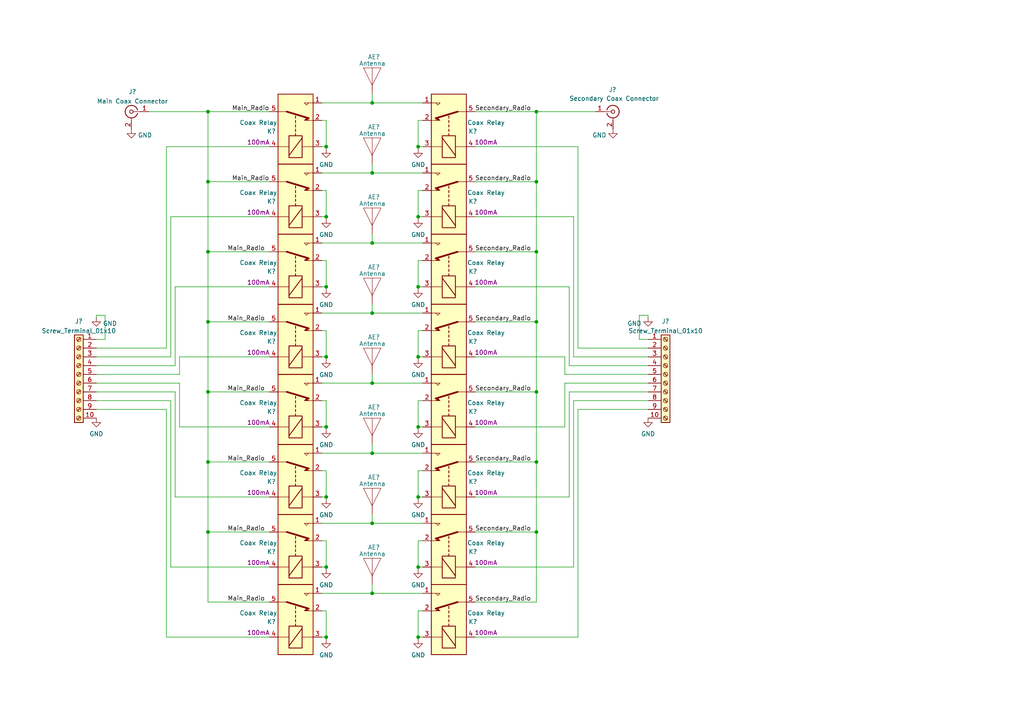
<source format=kicad_sch>
(kicad_sch (version 20211123) (generator eeschema)
  (paper "A4")
  (lib_symbols
    (symbol "Connector:Conn_Coaxial" (pin_names (offset 1.016) hide)
      (property "Reference" "J" (at 0.254 3.048 0))
      (property "Value" "Conn_Coaxial" (at 2.921 0 90))
      (symbol "Conn_Coaxial_0_1"
        (arc (start -1.778 -0.508) (mid 0.222 -1.808) (end 1.778 0) (stroke (width 0.254)))
        (polyline (pts (xy -2.54 0) (xy -0.508 0)))
        (polyline (pts (xy 0 -2.54) (xy 0 -1.778)))
        (circle (center 0 0) (radius 0.508) (stroke (width 0.2032)))
        (arc (start 1.778 0) (mid 0.2221 1.8083) (end -1.778 0.508) (stroke (width 0.254)))
      )
      (symbol "Conn_Coaxial_1_1"
        (pin passive line (at -5.08 0 0) (length 2.54) (name "In") (number "1"))
        (pin passive line (at 0 -5.08 90) (length 2.54) (name "Ext") (number "2"))
      )
    )
    (symbol "Connector:Screw_Terminal_01x10" (pin_names (offset 1.016) hide)
      (property "Reference" "J" (at 0 12.7 0))
      (property "Value" "Screw_Terminal_01x10" (at 0 -15.24 0))
      (symbol "Screw_Terminal_01x10_1_1"
        (rectangle (start -1.27 11.43) (end 1.27 -13.97) (stroke (width 0.254)) (fill (type background)))
        (circle (center 0 -12.7) (radius 0.635) (stroke (width 0.1524)))
        (circle (center 0 -10.16) (radius 0.635) (stroke (width 0.1524)))
        (circle (center 0 -7.62) (radius 0.635) (stroke (width 0.1524)))
        (circle (center 0 -5.08) (radius 0.635) (stroke (width 0.1524)))
        (circle (center 0 -2.54) (radius 0.635) (stroke (width 0.1524)))
        (polyline (pts (xy -0.5334 -12.3698) (xy 0.3302 -13.208)) (stroke (width 0.1524)))
        (polyline (pts (xy -0.5334 -9.8298) (xy 0.3302 -10.668)) (stroke (width 0.1524)))
        (polyline (pts (xy -0.5334 -7.2898) (xy 0.3302 -8.128)) (stroke (width 0.1524)))
        (polyline (pts (xy -0.5334 -4.7498) (xy 0.3302 -5.588)) (stroke (width 0.1524)))
        (polyline (pts (xy -0.5334 -2.2098) (xy 0.3302 -3.048)) (stroke (width 0.1524)))
        (polyline (pts (xy -0.5334 0.3302) (xy 0.3302 -0.508)) (stroke (width 0.1524)))
        (polyline (pts (xy -0.5334 2.8702) (xy 0.3302 2.032)) (stroke (width 0.1524)))
        (polyline (pts (xy -0.5334 5.4102) (xy 0.3302 4.572)) (stroke (width 0.1524)))
        (polyline (pts (xy -0.5334 7.9502) (xy 0.3302 7.112)) (stroke (width 0.1524)))
        (polyline (pts (xy -0.5334 10.4902) (xy 0.3302 9.652)) (stroke (width 0.1524)))
        (polyline (pts (xy -0.3556 -12.192) (xy 0.508 -13.0302)) (stroke (width 0.1524)))
        (polyline (pts (xy -0.3556 -9.652) (xy 0.508 -10.4902)) (stroke (width 0.1524)))
        (polyline (pts (xy -0.3556 -7.112) (xy 0.508 -7.9502)) (stroke (width 0.1524)))
        (polyline (pts (xy -0.3556 -4.572) (xy 0.508 -5.4102)) (stroke (width 0.1524)))
        (polyline (pts (xy -0.3556 -2.032) (xy 0.508 -2.8702)) (stroke (width 0.1524)))
        (polyline (pts (xy -0.3556 0.508) (xy 0.508 -0.3302)) (stroke (width 0.1524)))
        (polyline (pts (xy -0.3556 3.048) (xy 0.508 2.2098)) (stroke (width 0.1524)))
        (polyline (pts (xy -0.3556 5.588) (xy 0.508 4.7498)) (stroke (width 0.1524)))
        (polyline (pts (xy -0.3556 8.128) (xy 0.508 7.2898)) (stroke (width 0.1524)))
        (polyline (pts (xy -0.3556 10.668) (xy 0.508 9.8298)) (stroke (width 0.1524)))
        (circle (center 0 0) (radius 0.635) (stroke (width 0.1524)))
        (circle (center 0 2.54) (radius 0.635) (stroke (width 0.1524)))
        (circle (center 0 5.08) (radius 0.635) (stroke (width 0.1524)))
        (circle (center 0 7.62) (radius 0.635) (stroke (width 0.1524)))
        (circle (center 0 10.16) (radius 0.635) (stroke (width 0.1524)))
        (pin passive line (at -5.08 10.16 0) (length 3.81) (name "Pin_1") (number "1"))
        (pin passive line (at -5.08 -12.7 0) (length 3.81) (name "Pin_10") (number "10"))
        (pin passive line (at -5.08 7.62 0) (length 3.81) (name "Pin_2") (number "2"))
        (pin passive line (at -5.08 5.08 0) (length 3.81) (name "Pin_3") (number "3"))
        (pin passive line (at -5.08 2.54 0) (length 3.81) (name "Pin_4") (number "4"))
        (pin passive line (at -5.08 0 0) (length 3.81) (name "Pin_5") (number "5"))
        (pin passive line (at -5.08 -2.54 0) (length 3.81) (name "Pin_6") (number "6"))
        (pin passive line (at -5.08 -5.08 0) (length 3.81) (name "Pin_7") (number "7"))
        (pin passive line (at -5.08 -7.62 0) (length 3.81) (name "Pin_8") (number "8"))
        (pin passive line (at -5.08 -10.16 0) (length 3.81) (name "Pin_9") (number "9"))
      )
    )
    (symbol "DIPxx-1Cxx-51x_1"
      (property "Reference" "K?" (at -6.985 -1.27 90))
      (property "Value" "DIPxx-1Cxx-51x_1" (at -13.97 1.27 90))
      (symbol "DIPxx-1Cxx-51x_1_0_0"
        (polyline (pts (xy 2.54 5.08) (xy 2.54 2.54) (xy 3.175 3.175) (xy 2.54 3.81)) (fill (type outline)))
        (polyline (pts (xy 7.62 5.08) (xy 7.62 2.54) (xy 6.985 3.175) (xy 7.62 3.81)))
      )
      (symbol "DIPxx-1Cxx-51x_1_0_1"
        (rectangle (start -10.16 5.08) (end 10.16 -5.08) (stroke (width 0.254)) (fill (type background)))
        (rectangle (start -8.255 1.905) (end -1.905 -1.905) (stroke (width 0.254)))
        (polyline (pts (xy -7.62 -1.905) (xy -2.54 1.905)) (stroke (width 0.254)))
        (polyline (pts (xy -5.08 -5.08) (xy -5.08 -1.905)))
        (polyline (pts (xy -5.08 5.08) (xy -5.08 1.905)))
        (polyline (pts (xy -1.905 0) (xy -1.27 0)) (stroke (width 0.254)))
        (polyline (pts (xy -0.635 0) (xy 0 0)) (stroke (width 0.254)))
        (polyline (pts (xy 0.635 0) (xy 1.27 0)) (stroke (width 0.254)))
        (polyline (pts (xy 1.905 0) (xy 2.54 0)) (stroke (width 0.254)))
        (polyline (pts (xy 3.175 0) (xy 3.81 0)) (stroke (width 0.254)))
        (polyline (pts (xy 5.08 -2.54) (xy 3.175 3.81)) (stroke (width 0.508)))
        (polyline (pts (xy 5.08 -2.54) (xy 5.08 -5.08)))
      )
      (symbol "DIPxx-1Cxx-51x_1_1_1"
        (pin passive line (at 7.62 7.62 270) (length 2.54) (name "~") (number "1"))
        (pin passive line (at 2.54 7.62 270) (length 2.54) (name "~") (number "2"))
        (pin passive line (at -5.08 7.62 270) (length 2.54) (name "~") (number "3"))
        (pin passive line (at -5.08 -7.62 90) (length 2.54) (name "~") (number "4"))
        (pin passive line (at 5.08 -7.62 90) (length 2.54) (name "~") (number "5"))
        (pin passive line (at 5.08 -7.62 90) (length 2.54) hide (name "~") (number "8"))
      )
    )
    (symbol "Device:Antenna" (pin_numbers hide) (pin_names (offset 1.016) hide)
      (property "Reference" "AE?" (at 2.032 0.2735 0))
      (property "Value" "Antenna" (at 2.032 -2.5016 0))
      (symbol "Antenna_0_1"
        (polyline (pts (xy -2.54 2.54) (xy 2.54 2.54)) (stroke (width 0.125)))
        (polyline (pts (xy 0 2.54) (xy 0 -3.81)) (stroke (width 0.125)))
        (polyline (pts (xy 2.54 2.54) (xy 0 -2.54) (xy -2.54 2.54)) (stroke (width 0.125)))
      )
      (symbol "Antenna_1_1"
        (pin input line (at 0 -5.08 90) (length 2.54) (name "A") (number "1"))
      )
    )
    (symbol "power:GND" (power) (pin_names (offset 0))
      (property "Value" "GND" (at 0 -3.81 0))
      (symbol "GND_0_1"
        (polyline (pts (xy 0 0) (xy 0 -1.27) (xy 1.27 -1.27) (xy 0 -2.54) (xy -1.27 -1.27) (xy 0 -1.27)))
      )
      (symbol "GND_1_1"
        (pin power_in line (at 0 0 270) (length 0) hide (name "GND") (number "1"))
      )
    )
  )
  (junction (at 155.575 52.705))
  (junction (at 107.95 172.085))
  (junction (at 107.95 151.765))
  (junction (at 121.285 62.865))
  (junction (at 60.325 73.025))
  (junction (at 107.95 50.165))
  (junction (at 155.575 133.985))
  (junction (at 94.615 42.545))
  (junction (at 60.325 32.385))
  (junction (at 94.615 164.465))
  (junction (at 107.95 29.845))
  (junction (at 155.575 32.385))
  (junction (at 121.285 83.185))
  (junction (at 121.285 144.145))
  (junction (at 155.575 113.665))
  (junction (at 94.615 184.785))
  (junction (at 60.325 93.345))
  (junction (at 60.325 133.985))
  (junction (at 94.615 103.505))
  (junction (at 107.95 131.445))
  (junction (at 107.95 90.805))
  (junction (at 94.615 83.185))
  (junction (at 60.325 113.665))
  (junction (at 155.575 154.305))
  (junction (at 155.575 73.025))
  (junction (at 60.325 52.705))
  (junction (at 107.95 111.125))
  (junction (at 94.615 62.865))
  (junction (at 107.95 70.485))
  (junction (at 121.285 184.785))
  (junction (at 121.285 42.545))
  (junction (at 121.285 123.825))
  (junction (at 121.285 103.505))
  (junction (at 60.325 154.305))
  (junction (at 121.285 164.465))
  (junction (at 155.575 93.345))
  (junction (at 94.615 123.825))
  (junction (at 94.615 144.145))
  (wire (pts (xy 107.95 172.085) (xy 107.95 169.545)))
  (wire (pts (xy 93.345 172.085) (xy 107.95 172.085)))
  (wire (pts (xy 94.615 34.925) (xy 93.345 34.925)))
  (wire (pts (xy 107.95 108.585) (xy 107.95 111.125)))
  (wire (pts (xy 50.8 144.145) (xy 78.105 144.145)))
  (wire (pts (xy 155.575 73.025) (xy 137.795 73.025)))
  (wire (pts (xy 187.96 108.585) (xy 163.83 108.585)))
  (wire (pts (xy 27.94 113.665) (xy 50.8 113.665)))
  (wire (pts (xy 155.575 113.665) (xy 137.795 113.665)))
  (wire (pts (xy 60.325 52.705) (xy 78.105 52.705)))
  (wire (pts (xy 93.345 131.445) (xy 107.95 131.445)))
  (wire (pts (xy 60.325 73.025) (xy 60.325 52.705)))
  (wire (pts (xy 155.575 154.305) (xy 137.795 154.305)))
  (wire (pts (xy 50.8 83.185) (xy 78.105 83.185)))
  (wire (pts (xy 107.95 128.905) (xy 107.95 131.445)))
  (wire (pts (xy 121.285 83.82) (xy 121.285 83.185)))
  (wire (pts (xy 121.285 156.845) (xy 122.555 156.845)))
  (wire (pts (xy 121.285 104.14) (xy 121.285 103.505)))
  (wire (pts (xy 155.575 113.665) (xy 155.575 93.345)))
  (wire (pts (xy 121.285 83.185) (xy 121.285 75.565)))
  (wire (pts (xy 172.72 32.385) (xy 155.575 32.385)))
  (wire (pts (xy 163.83 103.505) (xy 137.795 103.505)))
  (wire (pts (xy 30.48 98.425) (xy 30.48 91.44)))
  (wire (pts (xy 93.345 70.485) (xy 107.95 70.485)))
  (wire (pts (xy 94.615 42.545) (xy 93.345 42.545)))
  (wire (pts (xy 167.64 42.545) (xy 137.795 42.545)))
  (wire (pts (xy 94.615 164.465) (xy 93.345 164.465)))
  (wire (pts (xy 187.96 106.045) (xy 165.1 106.045)))
  (wire (pts (xy 155.575 174.625) (xy 155.575 154.305)))
  (wire (pts (xy 27.94 98.425) (xy 30.48 98.425)))
  (wire (pts (xy 165.1 83.185) (xy 137.795 83.185)))
  (wire (pts (xy 60.325 174.625) (xy 78.105 174.625)))
  (wire (pts (xy 187.96 111.125) (xy 163.83 111.125)))
  (wire (pts (xy 27.94 118.745) (xy 48.26 118.745)))
  (wire (pts (xy 94.615 144.145) (xy 93.345 144.145)))
  (wire (pts (xy 94.615 103.505) (xy 94.615 95.885)))
  (wire (pts (xy 155.575 154.305) (xy 155.575 133.985)))
  (wire (pts (xy 48.26 184.785) (xy 78.105 184.785)))
  (wire (pts (xy 94.615 43.18) (xy 94.615 42.545)))
  (wire (pts (xy 155.575 133.985) (xy 155.575 113.665)))
  (wire (pts (xy 166.37 116.205) (xy 166.37 164.465)))
  (wire (pts (xy 94.615 116.205) (xy 93.345 116.205)))
  (wire (pts (xy 121.285 165.1) (xy 121.285 164.465)))
  (wire (pts (xy 121.285 42.545) (xy 121.285 34.925)))
  (wire (pts (xy 93.345 111.125) (xy 107.95 111.125)))
  (wire (pts (xy 60.325 154.305) (xy 60.325 133.985)))
  (wire (pts (xy 121.285 123.825) (xy 121.285 116.205)))
  (wire (pts (xy 60.325 133.985) (xy 78.105 133.985)))
  (wire (pts (xy 94.615 144.145) (xy 94.615 136.525)))
  (wire (pts (xy 121.285 184.785) (xy 121.285 177.165)))
  (wire (pts (xy 60.325 52.705) (xy 60.325 32.385)))
  (wire (pts (xy 94.615 123.825) (xy 94.615 116.205)))
  (wire (pts (xy 163.83 111.125) (xy 163.83 123.825)))
  (wire (pts (xy 121.285 164.465) (xy 122.555 164.465)))
  (wire (pts (xy 27.94 106.045) (xy 50.8 106.045)))
  (wire (pts (xy 121.285 63.5) (xy 121.285 62.865)))
  (wire (pts (xy 187.96 100.965) (xy 167.64 100.965)))
  (wire (pts (xy 121.285 123.825) (xy 122.555 123.825)))
  (wire (pts (xy 60.325 93.345) (xy 60.325 73.025)))
  (wire (pts (xy 52.07 108.585) (xy 52.07 103.505)))
  (wire (pts (xy 121.285 95.885) (xy 122.555 95.885)))
  (wire (pts (xy 167.64 118.745) (xy 167.64 184.785)))
  (wire (pts (xy 166.37 164.465) (xy 137.795 164.465)))
  (wire (pts (xy 27.94 103.505) (xy 49.53 103.505)))
  (wire (pts (xy 60.325 93.345) (xy 78.105 93.345)))
  (wire (pts (xy 122.555 151.765) (xy 107.95 151.765)))
  (wire (pts (xy 94.615 83.82) (xy 94.615 83.185)))
  (wire (pts (xy 94.615 55.245) (xy 93.345 55.245)))
  (wire (pts (xy 94.615 123.825) (xy 93.345 123.825)))
  (wire (pts (xy 122.555 111.125) (xy 107.95 111.125)))
  (wire (pts (xy 48.26 100.965) (xy 48.26 42.545)))
  (wire (pts (xy 121.285 75.565) (xy 122.555 75.565)))
  (wire (pts (xy 167.64 100.965) (xy 167.64 42.545)))
  (wire (pts (xy 121.285 164.465) (xy 121.285 156.845)))
  (wire (pts (xy 121.285 103.505) (xy 121.285 95.885)))
  (wire (pts (xy 94.615 185.42) (xy 94.615 184.785)))
  (wire (pts (xy 121.285 55.245) (xy 122.555 55.245)))
  (wire (pts (xy 94.615 164.465) (xy 94.615 156.845)))
  (wire (pts (xy 94.615 62.865) (xy 94.615 55.245)))
  (wire (pts (xy 187.96 118.745) (xy 167.64 118.745)))
  (wire (pts (xy 121.285 83.185) (xy 122.555 83.185)))
  (wire (pts (xy 27.94 116.205) (xy 49.53 116.205)))
  (wire (pts (xy 155.575 93.345) (xy 155.575 73.025)))
  (wire (pts (xy 94.615 136.525) (xy 93.345 136.525)))
  (wire (pts (xy 50.8 106.045) (xy 50.8 83.185)))
  (wire (pts (xy 121.285 43.18) (xy 121.285 42.545)))
  (wire (pts (xy 107.95 29.845) (xy 107.95 27.305)))
  (wire (pts (xy 185.42 91.44) (xy 187.96 91.44)))
  (wire (pts (xy 94.615 75.565) (xy 93.345 75.565)))
  (wire (pts (xy 107.95 67.945) (xy 107.95 70.485)))
  (wire (pts (xy 121.285 42.545) (xy 122.555 42.545)))
  (wire (pts (xy 52.07 123.825) (xy 78.105 123.825)))
  (wire (pts (xy 94.615 62.865) (xy 93.345 62.865)))
  (wire (pts (xy 50.8 113.665) (xy 50.8 144.145)))
  (wire (pts (xy 155.575 93.345) (xy 137.795 93.345)))
  (wire (pts (xy 30.48 91.44) (xy 27.94 91.44)))
  (wire (pts (xy 166.37 103.505) (xy 166.37 62.865)))
  (wire (pts (xy 155.575 52.705) (xy 137.795 52.705)))
  (wire (pts (xy 94.615 42.545) (xy 94.615 34.925)))
  (wire (pts (xy 27.94 100.965) (xy 48.26 100.965)))
  (wire (pts (xy 52.07 111.125) (xy 52.07 123.825)))
  (wire (pts (xy 94.615 83.185) (xy 93.345 83.185)))
  (wire (pts (xy 163.83 123.825) (xy 137.795 123.825)))
  (wire (pts (xy 94.615 177.165) (xy 93.345 177.165)))
  (wire (pts (xy 94.615 124.46) (xy 94.615 123.825)))
  (wire (pts (xy 49.53 164.465) (xy 78.105 164.465)))
  (wire (pts (xy 121.285 124.46) (xy 121.285 123.825)))
  (wire (pts (xy 107.95 50.165) (xy 107.95 47.625)))
  (wire (pts (xy 94.615 184.785) (xy 94.615 177.165)))
  (wire (pts (xy 27.94 91.44) (xy 27.94 92.075)))
  (wire (pts (xy 60.325 113.665) (xy 78.105 113.665)))
  (wire (pts (xy 121.285 136.525) (xy 122.555 136.525)))
  (wire (pts (xy 94.615 83.185) (xy 94.615 75.565)))
  (wire (pts (xy 122.555 131.445) (xy 107.95 131.445)))
  (wire (pts (xy 121.285 62.865) (xy 122.555 62.865)))
  (wire (pts (xy 187.96 103.505) (xy 166.37 103.505)))
  (wire (pts (xy 49.53 62.865) (xy 78.105 62.865)))
  (wire (pts (xy 121.285 34.925) (xy 122.555 34.925)))
  (wire (pts (xy 49.53 103.505) (xy 49.53 62.865)))
  (wire (pts (xy 60.325 113.665) (xy 60.325 93.345)))
  (wire (pts (xy 121.285 177.165) (xy 122.555 177.165)))
  (wire (pts (xy 107.95 151.765) (xy 107.95 149.225)))
  (wire (pts (xy 60.325 174.625) (xy 60.325 154.305)))
  (wire (pts (xy 155.575 52.705) (xy 155.575 32.385)))
  (wire (pts (xy 94.615 184.785) (xy 93.345 184.785)))
  (wire (pts (xy 187.96 98.425) (xy 185.42 98.425)))
  (wire (pts (xy 155.575 133.985) (xy 137.795 133.985)))
  (wire (pts (xy 121.285 144.78) (xy 121.285 144.145)))
  (wire (pts (xy 60.325 73.025) (xy 78.105 73.025)))
  (wire (pts (xy 121.285 116.205) (xy 122.555 116.205)))
  (wire (pts (xy 122.555 172.085) (xy 107.95 172.085)))
  (wire (pts (xy 94.615 63.5) (xy 94.615 62.865)))
  (wire (pts (xy 166.37 62.865) (xy 137.795 62.865)))
  (wire (pts (xy 93.345 90.805) (xy 107.95 90.805)))
  (wire (pts (xy 93.345 50.165) (xy 107.95 50.165)))
  (wire (pts (xy 122.555 90.805) (xy 107.95 90.805)))
  (wire (pts (xy 163.83 108.585) (xy 163.83 103.505)))
  (wire (pts (xy 165.1 144.145) (xy 137.795 144.145)))
  (wire (pts (xy 107.95 90.805) (xy 107.95 88.265)))
  (wire (pts (xy 94.615 103.505) (xy 93.345 103.505)))
  (wire (pts (xy 60.325 32.385) (xy 78.105 32.385)))
  (wire (pts (xy 155.575 174.625) (xy 137.795 174.625)))
  (wire (pts (xy 52.07 103.505) (xy 78.105 103.505)))
  (wire (pts (xy 122.555 70.485) (xy 107.95 70.485)))
  (wire (pts (xy 165.1 113.665) (xy 165.1 144.145)))
  (wire (pts (xy 187.96 91.44) (xy 187.96 92.075)))
  (wire (pts (xy 49.53 116.205) (xy 49.53 164.465)))
  (wire (pts (xy 94.615 104.14) (xy 94.615 103.505)))
  (wire (pts (xy 121.285 184.785) (xy 122.555 184.785)))
  (wire (pts (xy 48.26 118.745) (xy 48.26 184.785)))
  (wire (pts (xy 93.345 29.845) (xy 107.95 29.845)))
  (wire (pts (xy 155.575 73.025) (xy 155.575 52.705)))
  (wire (pts (xy 187.96 116.205) (xy 166.37 116.205)))
  (wire (pts (xy 122.555 29.845) (xy 107.95 29.845)))
  (wire (pts (xy 185.42 98.425) (xy 185.42 91.44)))
  (wire (pts (xy 94.615 144.78) (xy 94.615 144.145)))
  (wire (pts (xy 60.325 133.985) (xy 60.325 113.665)))
  (wire (pts (xy 94.615 156.845) (xy 93.345 156.845)))
  (wire (pts (xy 60.325 154.305) (xy 78.105 154.305)))
  (wire (pts (xy 121.285 185.42) (xy 121.285 184.785)))
  (wire (pts (xy 165.1 106.045) (xy 165.1 83.185)))
  (wire (pts (xy 43.18 32.385) (xy 60.325 32.385)))
  (wire (pts (xy 121.285 103.505) (xy 122.555 103.505)))
  (wire (pts (xy 93.345 151.765) (xy 107.95 151.765)))
  (wire (pts (xy 94.615 95.885) (xy 93.345 95.885)))
  (wire (pts (xy 155.575 32.385) (xy 137.795 32.385)))
  (wire (pts (xy 167.64 184.785) (xy 137.795 184.785)))
  (wire (pts (xy 48.26 42.545) (xy 78.105 42.545)))
  (wire (pts (xy 27.94 111.125) (xy 52.07 111.125)))
  (wire (pts (xy 122.555 50.165) (xy 107.95 50.165)))
  (wire (pts (xy 121.285 144.145) (xy 122.555 144.145)))
  (wire (pts (xy 121.285 62.865) (xy 121.285 55.245)))
  (wire (pts (xy 187.96 113.665) (xy 165.1 113.665)))
  (wire (pts (xy 121.285 144.145) (xy 121.285 136.525)))
  (wire (pts (xy 94.615 165.1) (xy 94.615 164.465)))
  (wire (pts (xy 27.94 108.585) (xy 52.07 108.585)))
  (label "Main_Radio" (at 76.8145 113.665 180))
  (label "Secondary_Radio" (at 137.795 113.665 0))
  (label "Secondary_Radio" (at 137.795 154.305 0))
  (label "Main_Radio" (at 76.835 154.305 180))
  (label "Main_Radio" (at 78.105 32.385 180))
  (label "Main_Radio" (at 76.835 93.345 180))
  (label "Secondary_Radio" (at 137.795 174.625 0))
  (label "Secondary_Radio" (at 137.795 32.385 0))
  (label "Secondary_Radio" (at 137.795 133.985 0))
  (label "Main_Radio" (at 78.105 52.705 180))
  (label "Secondary_Radio" (at 137.795 73.025 0))
  (label "Main_Radio" (at 76.835 73.025 180))
  (label "Main_Radio" (at 76.835 133.985 180))
  (label "Secondary_Radio" (at 137.795 93.345 0))
  (label "Secondary_Radio" (at 137.795 52.705 0))
  (label "Main_Radio" (at 76.835 174.625 180))
  (symbol (lib_name "DIPxx-1Cxx-51x_1") (lib_id "Relay:DIPxx-1Cxx-51x") (at 85.725 78.105 270) (mirror x) (unit 1)
    (property "Reference" "K?" (at 78.74 78.74 90))
    (property "Value" "Coax Relay" (at 74.93 76.2 90))
    (property "Footprint" "Relay_THT:Relay_StandexMeder_DIP_LowProfile" (effects hide))
    (property "Datasheet" "https://standexelectronics.com/wp-content/uploads/datasheet_reed_relay_DIP.pdf" (effects hide))
    (property "Current Draw" "100mA" (at 74.93 81.915 90))
  )
  (symbol (lib_id "Device:Antenna") (at 107.95 123.825 0) (mirror y) (unit 1)
    (property "Reference" "AE?" (at 106.68 118.11 0) (effects (justify right)))
    (property "Value" "Antenna" (at 104.14 120.015 0) (effects (justify right)))
  )
  (symbol (lib_id "Device:Antenna") (at 107.95 83.185 0) (mirror y) (unit 1)
    (property "Reference" "AE?" (at 106.68 77.47 0) (effects (justify right)))
    (property "Value" "Antenna" (at 104.14 79.375 0) (effects (justify right)))
  )
  (symbol (lib_id "power:GND") (at 94.615 43.18 0) (unit 1)
    (property "Reference" "#PWR?" (effects hide))
    (property "Value" "GND" (at 94.615 47.7425 0))
  )
  (symbol (lib_id "power:GND") (at 94.615 104.14 0) (unit 1)
    (property "Reference" "#PWR?" (effects hide))
    (property "Value" "GND" (at 94.615 108.7025 0))
  )
  (symbol (lib_name "DIPxx-1Cxx-51x_1") (lib_id "Relay:DIPxx-1Cxx-51x") (at 130.175 37.465 90) (unit 1)
    (property "Reference" "K?" (at 137.16 38.1 90))
    (property "Value" "Coax Relay" (at 140.97 35.56 90))
    (property "Footprint" "Relay_THT:Relay_StandexMeder_DIP_LowProfile" (effects hide))
    (property "Datasheet" "https://standexelectronics.com/wp-content/uploads/datasheet_reed_relay_DIP.pdf" (effects hide))
    (property "Current Draw" "100mA" (at 140.97 41.275 90))
  )
  (symbol (lib_id "Device:Antenna") (at 107.95 22.225 0) (mirror y) (unit 1)
    (property "Reference" "AE?" (at 106.68 16.51 0) (effects (justify right)))
    (property "Value" "Antenna" (at 104.14 18.415 0) (effects (justify right)))
  )
  (symbol (lib_id "Device:Antenna") (at 107.95 42.545 0) (mirror y) (unit 1)
    (property "Reference" "AE?" (at 106.68 36.83 0) (effects (justify right)))
    (property "Value" "Antenna" (at 104.14 38.735 0) (effects (justify right)))
  )
  (symbol (lib_id "Device:Antenna") (at 107.95 144.145 0) (mirror y) (unit 1)
    (property "Reference" "AE?" (at 106.68 138.43 0) (effects (justify right)))
    (property "Value" "Antenna" (at 104.14 140.335 0) (effects (justify right)))
  )
  (symbol (lib_name "DIPxx-1Cxx-51x_1") (lib_id "Relay:DIPxx-1Cxx-51x") (at 130.175 98.425 90) (unit 1)
    (property "Reference" "K?" (at 137.16 99.06 90))
    (property "Value" "Coax Relay" (at 140.97 96.52 90))
    (property "Footprint" "Relay_THT:Relay_StandexMeder_DIP_LowProfile" (effects hide))
    (property "Datasheet" "https://standexelectronics.com/wp-content/uploads/datasheet_reed_relay_DIP.pdf" (effects hide))
    (property "Current Draw" "100mA" (at 140.97 102.235 90))
  )
  (symbol (lib_name "DIPxx-1Cxx-51x_1") (lib_id "Relay:DIPxx-1Cxx-51x") (at 130.175 78.105 90) (unit 1)
    (property "Reference" "K?" (at 137.16 78.74 90))
    (property "Value" "Coax Relay" (at 140.97 76.2 90))
    (property "Footprint" "Relay_THT:Relay_StandexMeder_DIP_LowProfile" (effects hide))
    (property "Datasheet" "https://standexelectronics.com/wp-content/uploads/datasheet_reed_relay_DIP.pdf" (effects hide))
    (property "Current Draw" "100mA" (at 140.97 81.915 90))
  )
  (symbol (lib_id "Device:Antenna") (at 107.95 62.865 0) (mirror y) (unit 1)
    (property "Reference" "AE?" (at 106.68 57.15 0) (effects (justify right)))
    (property "Value" "Antenna" (at 104.14 59.055 0) (effects (justify right)))
  )
  (symbol (lib_name "DIPxx-1Cxx-51x_1") (lib_id "Relay:DIPxx-1Cxx-51x") (at 85.725 37.465 270) (mirror x) (unit 1)
    (property "Reference" "K?" (at 78.74 38.1 90))
    (property "Value" "Coax Relay" (at 74.93 35.56 90))
    (property "Footprint" "Relay_THT:Relay_StandexMeder_DIP_LowProfile" (effects hide))
    (property "Datasheet" "https://standexelectronics.com/wp-content/uploads/datasheet_reed_relay_DIP.pdf" (effects hide))
    (property "Current Draw" "100mA" (at 74.93 41.275 90))
  )
  (symbol (lib_id "power:GND") (at 121.285 165.1 0) (mirror y) (unit 1)
    (property "Reference" "#PWR?" (effects hide))
    (property "Value" "GND" (at 121.285 169.6625 0))
  )
  (symbol (lib_id "Connector:Screw_Terminal_01x10") (at 193.04 108.585 0) (unit 1)
    (property "Reference" "J?" (at 193.04 93.1885 0))
    (property "Value" "Screw_Terminal_01x10" (at 193.04 95.9636 0))
  )
  (symbol (lib_name "DIPxx-1Cxx-51x_1") (lib_id "Relay:DIPxx-1Cxx-51x") (at 130.175 139.065 90) (unit 1)
    (property "Reference" "K?" (at 137.16 139.7 90))
    (property "Value" "Coax Relay" (at 140.97 137.16 90))
    (property "Footprint" "Relay_THT:Relay_StandexMeder_DIP_LowProfile" (effects hide))
    (property "Datasheet" "https://standexelectronics.com/wp-content/uploads/datasheet_reed_relay_DIP.pdf" (effects hide))
    (property "Current Draw" "100mA" (at 140.97 142.875 90))
  )
  (symbol (lib_id "power:GND") (at 187.96 121.285 0) (mirror y) (unit 1)
    (property "Reference" "#PWR?" (effects hide))
    (property "Value" "GND" (at 187.96 125.8475 0))
  )
  (symbol (lib_id "power:GND") (at 187.96 92.075 0) (mirror y) (unit 1)
    (property "Reference" "#PWR?" (effects hide))
    (property "Value" "GND" (at 186.055 93.824 0) (effects (justify left)))
  )
  (symbol (lib_id "power:GND") (at 121.285 43.18 0) (mirror y) (unit 1)
    (property "Reference" "#PWR?" (effects hide))
    (property "Value" "GND" (at 121.285 47.7425 0))
  )
  (symbol (lib_id "power:GND") (at 121.285 63.5 0) (mirror y) (unit 1)
    (property "Reference" "#PWR?" (effects hide))
    (property "Value" "GND" (at 121.285 68.0625 0))
  )
  (symbol (lib_name "DIPxx-1Cxx-51x_1") (lib_id "Relay:DIPxx-1Cxx-51x") (at 85.725 139.065 270) (mirror x) (unit 1)
    (property "Reference" "K?" (at 78.74 139.7 90))
    (property "Value" "Coax Relay" (at 74.93 137.16 90))
    (property "Footprint" "Relay_THT:Relay_StandexMeder_DIP_LowProfile" (effects hide))
    (property "Datasheet" "https://standexelectronics.com/wp-content/uploads/datasheet_reed_relay_DIP.pdf" (effects hide))
    (property "Current Draw" "100mA" (at 74.93 142.875 90))
  )
  (symbol (lib_id "power:GND") (at 121.285 83.82 0) (mirror y) (unit 1)
    (property "Reference" "#PWR?" (effects hide))
    (property "Value" "GND" (at 121.285 88.3825 0))
  )
  (symbol (lib_name "DIPxx-1Cxx-51x_1") (lib_id "Relay:DIPxx-1Cxx-51x") (at 130.175 118.745 90) (unit 1)
    (property "Reference" "K?" (at 137.16 119.38 90))
    (property "Value" "Coax Relay" (at 140.97 116.84 90))
    (property "Footprint" "Relay_THT:Relay_StandexMeder_DIP_LowProfile" (effects hide))
    (property "Datasheet" "https://standexelectronics.com/wp-content/uploads/datasheet_reed_relay_DIP.pdf" (effects hide))
    (property "Current Draw" "100mA" (at 140.97 122.555 90))
  )
  (symbol (lib_id "power:GND") (at 94.615 83.82 0) (unit 1)
    (property "Reference" "#PWR?" (effects hide))
    (property "Value" "GND" (at 94.615 88.3825 0))
  )
  (symbol (lib_id "power:GND") (at 94.615 124.46 0) (unit 1)
    (property "Reference" "#PWR?" (effects hide))
    (property "Value" "GND" (at 94.615 129.0225 0))
  )
  (symbol (lib_name "DIPxx-1Cxx-51x_1") (lib_id "Relay:DIPxx-1Cxx-51x") (at 85.725 57.785 270) (mirror x) (unit 1)
    (property "Reference" "K?" (at 78.74 58.42 90))
    (property "Value" "Coax Relay" (at 74.93 55.88 90))
    (property "Footprint" "Relay_THT:Relay_StandexMeder_DIP_LowProfile" (effects hide))
    (property "Datasheet" "https://standexelectronics.com/wp-content/uploads/datasheet_reed_relay_DIP.pdf" (effects hide))
    (property "Current Draw" "100mA" (at 74.93 61.595 90))
  )
  (symbol (lib_name "DIPxx-1Cxx-51x_1") (lib_id "Relay:DIPxx-1Cxx-51x") (at 130.175 159.385 90) (unit 1)
    (property "Reference" "K?" (at 137.16 160.02 90))
    (property "Value" "Coax Relay" (at 140.97 157.48 90))
    (property "Footprint" "Relay_THT:Relay_StandexMeder_DIP_LowProfile" (effects hide))
    (property "Datasheet" "https://standexelectronics.com/wp-content/uploads/datasheet_reed_relay_DIP.pdf" (effects hide))
    (property "Current Draw" "100mA" (at 140.97 163.195 90))
  )
  (symbol (lib_id "power:GND") (at 38.1 37.465 0) (mirror y) (unit 1)
    (property "Reference" "#PWR?" (effects hide))
    (property "Value" "GND" (at 40.005 39.214 0) (effects (justify right)))
  )
  (symbol (lib_name "DIPxx-1Cxx-51x_1") (lib_id "Relay:DIPxx-1Cxx-51x") (at 85.725 98.425 270) (mirror x) (unit 1)
    (property "Reference" "K?" (at 78.74 99.06 90))
    (property "Value" "Coax Relay" (at 74.93 96.52 90))
    (property "Footprint" "Relay_THT:Relay_StandexMeder_DIP_LowProfile" (effects hide))
    (property "Datasheet" "https://standexelectronics.com/wp-content/uploads/datasheet_reed_relay_DIP.pdf" (effects hide))
    (property "Current Draw" "100mA" (at 74.93 102.235 90))
  )
  (symbol (lib_id "Connector:Screw_Terminal_01x10") (at 22.86 108.585 0) (mirror y) (unit 1)
    (property "Reference" "J?" (at 22.86 93.1885 0))
    (property "Value" "Screw_Terminal_01x10" (at 22.86 95.9636 0))
  )
  (symbol (lib_id "power:GND") (at 94.615 165.1 0) (unit 1)
    (property "Reference" "#PWR?" (effects hide))
    (property "Value" "GND" (at 94.615 169.6625 0))
  )
  (symbol (lib_id "power:GND") (at 121.285 144.78 0) (mirror y) (unit 1)
    (property "Reference" "#PWR?" (effects hide))
    (property "Value" "GND" (at 121.285 149.3425 0))
  )
  (symbol (lib_id "power:GND") (at 27.94 92.075 0) (unit 1)
    (property "Reference" "#PWR?" (effects hide))
    (property "Value" "GND" (at 29.845 93.824 0) (effects (justify left)))
  )
  (symbol (lib_id "power:GND") (at 94.615 144.78 0) (unit 1)
    (property "Reference" "#PWR?" (effects hide))
    (property "Value" "GND" (at 94.615 149.3425 0))
  )
  (symbol (lib_id "power:GND") (at 121.285 104.14 0) (mirror y) (unit 1)
    (property "Reference" "#PWR?" (effects hide))
    (property "Value" "GND" (at 121.285 108.7025 0))
  )
  (symbol (lib_id "Device:Antenna") (at 107.95 103.505 0) (mirror y) (unit 1)
    (property "Reference" "AE?" (at 106.68 97.79 0) (effects (justify right)))
    (property "Value" "Antenna" (at 104.14 99.695 0) (effects (justify right)))
  )
  (symbol (lib_id "power:GND") (at 177.8 37.465 0) (unit 1)
    (property "Reference" "#PWR?" (effects hide))
    (property "Value" "GND" (at 175.895 39.214 0) (effects (justify right)))
  )
  (symbol (lib_id "power:GND") (at 121.285 124.46 0) (mirror y) (unit 1)
    (property "Reference" "#PWR?" (effects hide))
    (property "Value" "GND" (at 121.285 129.0225 0))
  )
  (symbol (lib_name "DIPxx-1Cxx-51x_1") (lib_id "Relay:DIPxx-1Cxx-51x") (at 85.725 118.745 270) (mirror x) (unit 1)
    (property "Reference" "K?" (at 78.74 119.38 90))
    (property "Value" "Coax Relay" (at 74.93 116.84 90))
    (property "Footprint" "Relay_THT:Relay_StandexMeder_DIP_LowProfile" (effects hide))
    (property "Datasheet" "https://standexelectronics.com/wp-content/uploads/datasheet_reed_relay_DIP.pdf" (effects hide))
    (property "Current Draw" "100mA" (at 74.93 122.555 90))
  )
  (symbol (lib_id "power:GND") (at 94.615 185.42 0) (unit 1)
    (property "Reference" "#PWR?" (effects hide))
    (property "Value" "GND" (at 94.615 189.9825 0))
  )
  (symbol (lib_name "DIPxx-1Cxx-51x_1") (lib_id "Relay:DIPxx-1Cxx-51x") (at 130.175 57.785 90) (unit 1)
    (property "Reference" "K?" (at 137.16 58.42 90))
    (property "Value" "Coax Relay" (at 140.97 55.88 90))
    (property "Footprint" "Relay_THT:Relay_StandexMeder_DIP_LowProfile" (effects hide))
    (property "Datasheet" "https://standexelectronics.com/wp-content/uploads/datasheet_reed_relay_DIP.pdf" (effects hide))
    (property "Current Draw" "100mA" (at 140.97 61.595 90))
  )
  (symbol (lib_id "power:GND") (at 121.285 185.42 0) (mirror y) (unit 1)
    (property "Reference" "#PWR?" (effects hide))
    (property "Value" "GND" (at 121.285 189.9825 0))
  )
  (symbol (lib_id "power:GND") (at 27.94 121.285 0) (unit 1)
    (property "Reference" "#PWR?" (effects hide))
    (property "Value" "GND" (at 27.94 125.8475 0))
  )
  (symbol (lib_id "Connector:Conn_Coaxial") (at 38.1 32.385 0) (mirror y) (unit 1)
    (property "Reference" "J?" (at 38.4174 26.5919 0))
    (property "Value" "Main Coax Connector" (at 38.4174 29.367 0))
    (property "Datasheet" " ~" (effects hide))
  )
  (symbol (lib_name "DIPxx-1Cxx-51x_1") (lib_id "Relay:DIPxx-1Cxx-51x") (at 130.175 179.705 90) (unit 1)
    (property "Reference" "K?" (at 137.16 180.34 90))
    (property "Value" "Coax Relay" (at 140.97 177.8 90))
    (property "Footprint" "Relay_THT:Relay_StandexMeder_DIP_LowProfile" (effects hide))
    (property "Datasheet" "https://standexelectronics.com/wp-content/uploads/datasheet_reed_relay_DIP.pdf" (effects hide))
    (property "Current Draw" "100mA" (at 140.97 183.515 90))
  )
  (symbol (lib_id "Connector:Conn_Coaxial") (at 177.8 32.385 0) (unit 1)
    (property "Reference" "J?" (at 176.53 26.035 0) (effects (justify left)))
    (property "Value" "Secondary Coax Connector" (at 165.1 28.575 0) (effects (justify left)))
    (property "Datasheet" " ~" (effects hide))
  )
  (symbol (lib_name "DIPxx-1Cxx-51x_1") (lib_id "Relay:DIPxx-1Cxx-51x") (at 85.725 179.705 270) (mirror x) (unit 1)
    (property "Reference" "K?" (at 78.74 180.34 90))
    (property "Value" "Coax Relay" (at 74.93 177.8 90))
    (property "Footprint" "Relay_THT:Relay_StandexMeder_DIP_LowProfile" (effects hide))
    (property "Datasheet" "https://standexelectronics.com/wp-content/uploads/datasheet_reed_relay_DIP.pdf" (effects hide))
    (property "Current Draw" "100mA" (at 74.93 183.515 90))
  )
  (symbol (lib_id "power:GND") (at 94.615 63.5 0) (unit 1)
    (property "Reference" "#PWR?" (effects hide))
    (property "Value" "GND" (at 94.615 68.0625 0))
  )
  (symbol (lib_id "Device:Antenna") (at 107.95 164.465 0) (mirror y) (unit 1)
    (property "Reference" "AE?" (at 106.68 158.75 0) (effects (justify right)))
    (property "Value" "Antenna" (at 104.14 160.655 0) (effects (justify right)))
  )
  (symbol (lib_name "DIPxx-1Cxx-51x_1") (lib_id "Relay:DIPxx-1Cxx-51x") (at 85.725 159.385 270) (mirror x) (unit 1)
    (property "Reference" "K?" (at 78.74 160.02 90))
    (property "Value" "Coax Relay" (at 74.93 157.48 90))
    (property "Footprint" "Relay_THT:Relay_StandexMeder_DIP_LowProfile" (effects hide))
    (property "Datasheet" "https://standexelectronics.com/wp-content/uploads/datasheet_reed_relay_DIP.pdf" (effects hide))
    (property "Current Draw" "100mA" (at 74.93 163.195 90))
  )
)
</source>
